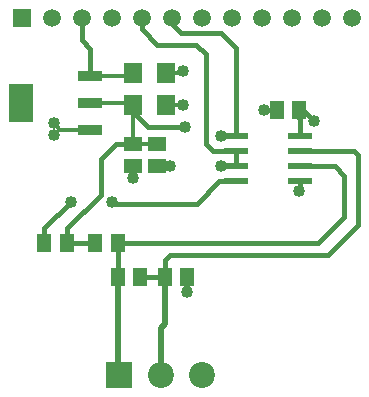
<source format=gbr>
G04 DipTrace 4.0.0.2*
G04 1 - Top.gbr*
%MOIN*%
G04 #@! TF.FileFunction,Copper,L1,Top*
G04 #@! TF.Part,Single*
G04 #@! TA.AperFunction,Conductor*
%ADD14C,0.012*%
%ADD15C,0.016*%
%ADD16C,0.018*%
%ADD17C,0.0201*%
%ADD19R,0.062992X0.070866*%
%ADD20R,0.051181X0.059055*%
G04 #@! TA.AperFunction,ComponentPad*
%ADD21R,0.059055X0.059055*%
%ADD22C,0.059055*%
%ADD23R,0.059055X0.051181*%
G04 #@! TA.AperFunction,ComponentPad*
%ADD24R,0.086614X0.086614*%
%ADD25C,0.086614*%
%ADD26R,0.084646X0.037402*%
%ADD27R,0.084646X0.127953*%
%ADD28R,0.07874X0.023622*%
G04 #@! TA.AperFunction,ViaPad*
%ADD29C,0.04*%
%FSLAX26Y26*%
G04*
G70*
G90*
G75*
G01*
G04 Top*
%LPD*%
X843701Y1549754D2*
D14*
X924951D1*
X701624Y1687451D2*
X844831D1*
Y1681200D1*
Y1626081D1*
X843701Y1624951D1*
Y1549754D1*
X624754Y1218700D2*
D15*
X718897Y1218699D1*
X624754Y1218700D2*
Y1268503D1*
X737451Y1381200D1*
Y1499951D1*
X787254Y1549754D1*
X843701D1*
X1399949Y1662451D2*
Y1637451D1*
X1400049Y1637351D1*
Y1574951D1*
X844831Y1681200D2*
D16*
Y1655069D1*
X893700Y1606200D1*
X1018700D1*
X1449949Y1624951D2*
X1406199Y1668700D1*
X1399949Y1662451D1*
X955067Y1787451D2*
D14*
X1006201D1*
X1012451Y1793700D1*
X955067Y1681200D2*
X1012451D1*
X701624Y1596899D2*
X603001D1*
X581200Y1618700D1*
X701624Y1596899D2*
X596899D1*
X581200Y1581200D1*
X1024949Y1106200D2*
D17*
Y1056200D1*
X1325146Y1662451D2*
D15*
X1281200D1*
X1400049Y1424951D2*
Y1393800D1*
X1399949Y1393700D1*
X1187451Y1524951D2*
Y1474951D1*
X1137451Y1474949D1*
X843701Y1474951D2*
X843700Y1437451D1*
X873616Y1968503D2*
D16*
Y1932533D1*
X924949Y1881200D1*
X1056200D1*
X1087451Y1849949D1*
Y1549949D1*
X1112449Y1524951D1*
X1187451D1*
Y1574951D2*
D15*
X1137451Y1574949D1*
X924951Y1474951D2*
X968700D1*
X973616Y1968503D2*
D16*
Y1951284D1*
X1006200Y1918700D1*
X1137451D1*
X1187451Y1868700D1*
Y1574951D1*
X549951Y1218700D2*
D15*
Y1268700D1*
X637451Y1356200D1*
X774951D2*
Y1349951D1*
X1058196D1*
X1133196Y1424951D1*
X1187451D1*
X701624Y1778002D2*
D14*
X835382D1*
X844831Y1787451D1*
X673616Y1968503D2*
D16*
Y1895035D1*
X701624Y1867027D1*
Y1778002D1*
X793897Y1106200D2*
D17*
Y786514D1*
X799210Y781200D1*
X793897Y1106200D2*
D15*
Y1218504D1*
X793700Y1218701D1*
X1462452D1*
X1549949Y1306199D1*
Y1443701D1*
X1518700Y1474951D1*
X1400049D1*
X950146Y1106200D2*
D17*
Y950146D1*
X937006Y937006D1*
Y781200D1*
X950146Y1106200D2*
D15*
Y1162646D1*
X968700Y1181200D1*
X1493700D1*
X1593700Y1281200D1*
Y1512451D1*
X1581200Y1524951D1*
X1400049D1*
X868700Y1106200D2*
X950146D1*
D29*
X1018700Y1606200D3*
X1449949Y1624951D3*
X968700Y1474951D3*
X637451Y1356200D3*
X774951D3*
X637451D3*
X581200Y1618700D3*
Y1581200D3*
X1024949Y1056200D3*
X1012451Y1793700D3*
Y1681200D3*
X1281200Y1662451D3*
X1399949Y1393700D3*
X1137451Y1574949D3*
Y1474949D3*
X843700Y1437451D3*
D19*
X955067Y1787451D3*
X844831D3*
X955067Y1681200D3*
X844831D3*
D20*
X1399949Y1662451D3*
X1325146D3*
D21*
X473616Y1968503D3*
D22*
X573616D3*
X673616D3*
X773616D3*
X873616D3*
X973616D3*
X1073616D3*
X1173616D3*
X1273607D3*
X1373607D3*
X1473607D3*
X1573607D3*
D23*
X843701Y1474951D3*
Y1549754D3*
X924951Y1474951D3*
Y1549754D3*
D20*
X549951Y1218700D3*
X624754D3*
X793700Y1218701D3*
X718897Y1218699D3*
X868700Y1106200D3*
X793897D3*
X1024949D3*
X950146D3*
D24*
X799210Y781200D3*
D25*
X937006D3*
X1074801D3*
D26*
X701624Y1596899D3*
Y1687451D3*
Y1778002D3*
D27*
X473277Y1687451D3*
D28*
X1187451Y1574951D3*
Y1524951D3*
Y1474951D3*
Y1424951D3*
X1400049D3*
Y1474951D3*
Y1524951D3*
Y1574951D3*
M02*

</source>
